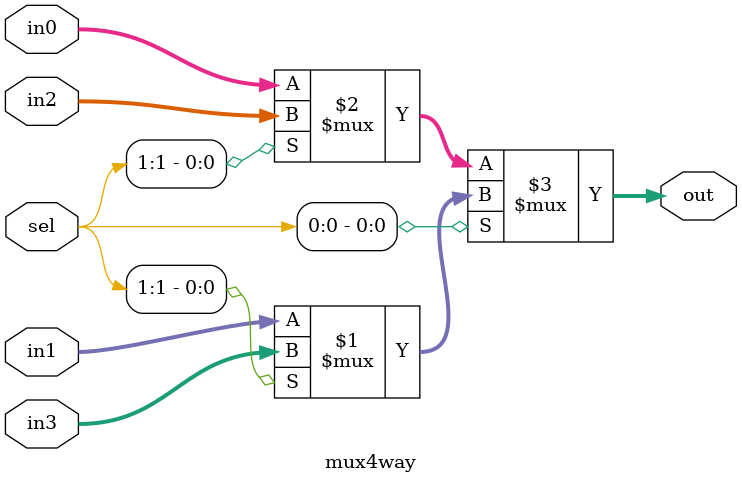
<source format=v>
module mux4way
  #(parameter width=32)
   (
    output [width-1:0] out,
    input [1:0]        sel,
    input [width-1:0]  in0,
    input [width-1:0]  in1,
    input [width-1:0]  in2,
    input [width-1:0]  in3
    );

   assign out = sel[0] ? (sel[1] ? in3 : in1) : (sel[1] ? in2 : in0);
endmodule
</source>
